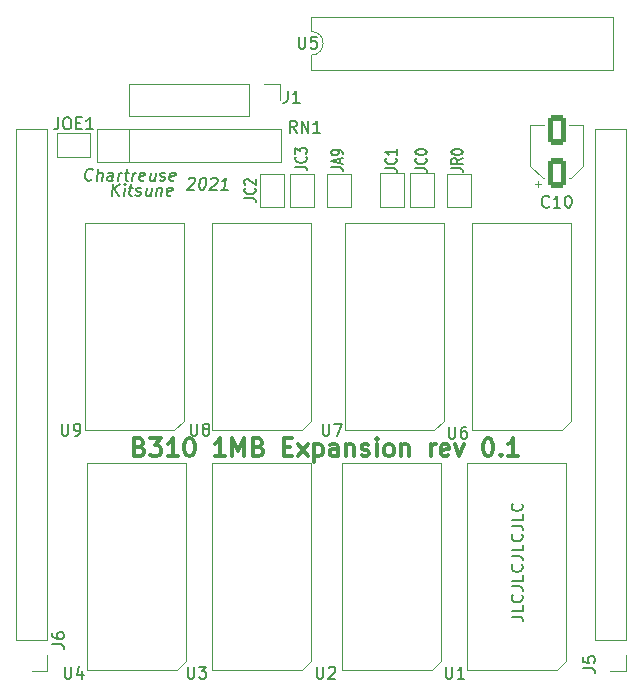
<source format=gbr>
%TF.GenerationSoftware,KiCad,Pcbnew,(6.0.1)*%
%TF.CreationDate,2022-01-30T19:22:39-07:00*%
%TF.ProjectId,Bondwell1MB,426f6e64-7765-46c6-9c31-4d422e6b6963,rev?*%
%TF.SameCoordinates,Original*%
%TF.FileFunction,Legend,Top*%
%TF.FilePolarity,Positive*%
%FSLAX46Y46*%
G04 Gerber Fmt 4.6, Leading zero omitted, Abs format (unit mm)*
G04 Created by KiCad (PCBNEW (6.0.1)) date 2022-01-30 19:22:39*
%MOMM*%
%LPD*%
G01*
G04 APERTURE LIST*
G04 Aperture macros list*
%AMRoundRect*
0 Rectangle with rounded corners*
0 $1 Rounding radius*
0 $2 $3 $4 $5 $6 $7 $8 $9 X,Y pos of 4 corners*
0 Add a 4 corners polygon primitive as box body*
4,1,4,$2,$3,$4,$5,$6,$7,$8,$9,$2,$3,0*
0 Add four circle primitives for the rounded corners*
1,1,$1+$1,$2,$3*
1,1,$1+$1,$4,$5*
1,1,$1+$1,$6,$7*
1,1,$1+$1,$8,$9*
0 Add four rect primitives between the rounded corners*
20,1,$1+$1,$2,$3,$4,$5,0*
20,1,$1+$1,$4,$5,$6,$7,0*
20,1,$1+$1,$6,$7,$8,$9,0*
20,1,$1+$1,$8,$9,$2,$3,0*%
G04 Aperture macros list end*
%ADD10C,0.300000*%
%ADD11C,0.150000*%
%ADD12C,0.153000*%
%ADD13C,0.120000*%
%ADD14R,1.000000X1.500000*%
%ADD15RoundRect,0.250000X0.550000X-1.050000X0.550000X1.050000X-0.550000X1.050000X-0.550000X-1.050000X0*%
%ADD16R,1.500000X1.000000*%
%ADD17O,1.600000X2.400000*%
%ADD18R,1.600000X2.400000*%
%ADD19R,1.900000X0.600000*%
%ADD20R,1.700000X1.700000*%
%ADD21O,1.700000X1.700000*%
%ADD22R,1.600000X1.600000*%
%ADD23O,1.600000X1.600000*%
G04 APERTURE END LIST*
D10*
X82801999Y-109366857D02*
X83016285Y-109438285D01*
X83087714Y-109509714D01*
X83159142Y-109652571D01*
X83159142Y-109866857D01*
X83087714Y-110009714D01*
X83016285Y-110081142D01*
X82873428Y-110152571D01*
X82301999Y-110152571D01*
X82301999Y-108652571D01*
X82801999Y-108652571D01*
X82944857Y-108724000D01*
X83016285Y-108795428D01*
X83087714Y-108938285D01*
X83087714Y-109081142D01*
X83016285Y-109224000D01*
X82944857Y-109295428D01*
X82801999Y-109366857D01*
X82301999Y-109366857D01*
X83659142Y-108652571D02*
X84587714Y-108652571D01*
X84087714Y-109224000D01*
X84301999Y-109224000D01*
X84444857Y-109295428D01*
X84516285Y-109366857D01*
X84587714Y-109509714D01*
X84587714Y-109866857D01*
X84516285Y-110009714D01*
X84444857Y-110081142D01*
X84301999Y-110152571D01*
X83873428Y-110152571D01*
X83730571Y-110081142D01*
X83659142Y-110009714D01*
X86016285Y-110152571D02*
X85159142Y-110152571D01*
X85587714Y-110152571D02*
X85587714Y-108652571D01*
X85444857Y-108866857D01*
X85301999Y-109009714D01*
X85159142Y-109081142D01*
X86944857Y-108652571D02*
X87087714Y-108652571D01*
X87230571Y-108724000D01*
X87301999Y-108795428D01*
X87373428Y-108938285D01*
X87444857Y-109224000D01*
X87444857Y-109581142D01*
X87373428Y-109866857D01*
X87301999Y-110009714D01*
X87230571Y-110081142D01*
X87087714Y-110152571D01*
X86944857Y-110152571D01*
X86801999Y-110081142D01*
X86730571Y-110009714D01*
X86659142Y-109866857D01*
X86587714Y-109581142D01*
X86587714Y-109224000D01*
X86659142Y-108938285D01*
X86730571Y-108795428D01*
X86801999Y-108724000D01*
X86944857Y-108652571D01*
X90016285Y-110152571D02*
X89159142Y-110152571D01*
X89587714Y-110152571D02*
X89587714Y-108652571D01*
X89444857Y-108866857D01*
X89301999Y-109009714D01*
X89159142Y-109081142D01*
X90659142Y-110152571D02*
X90659142Y-108652571D01*
X91159142Y-109724000D01*
X91659142Y-108652571D01*
X91659142Y-110152571D01*
X92873428Y-109366857D02*
X93087714Y-109438285D01*
X93159142Y-109509714D01*
X93230571Y-109652571D01*
X93230571Y-109866857D01*
X93159142Y-110009714D01*
X93087714Y-110081142D01*
X92944857Y-110152571D01*
X92373428Y-110152571D01*
X92373428Y-108652571D01*
X92873428Y-108652571D01*
X93016285Y-108724000D01*
X93087714Y-108795428D01*
X93159142Y-108938285D01*
X93159142Y-109081142D01*
X93087714Y-109224000D01*
X93016285Y-109295428D01*
X92873428Y-109366857D01*
X92373428Y-109366857D01*
X95016285Y-109366857D02*
X95516285Y-109366857D01*
X95730571Y-110152571D02*
X95016285Y-110152571D01*
X95016285Y-108652571D01*
X95730571Y-108652571D01*
X96230571Y-110152571D02*
X97016285Y-109152571D01*
X96230571Y-109152571D02*
X97016285Y-110152571D01*
X97587714Y-109152571D02*
X97587714Y-110652571D01*
X97587714Y-109224000D02*
X97730571Y-109152571D01*
X98016285Y-109152571D01*
X98159142Y-109224000D01*
X98230571Y-109295428D01*
X98301999Y-109438285D01*
X98301999Y-109866857D01*
X98230571Y-110009714D01*
X98159142Y-110081142D01*
X98016285Y-110152571D01*
X97730571Y-110152571D01*
X97587714Y-110081142D01*
X99587714Y-110152571D02*
X99587714Y-109366857D01*
X99516285Y-109224000D01*
X99373428Y-109152571D01*
X99087714Y-109152571D01*
X98944857Y-109224000D01*
X99587714Y-110081142D02*
X99444857Y-110152571D01*
X99087714Y-110152571D01*
X98944857Y-110081142D01*
X98873428Y-109938285D01*
X98873428Y-109795428D01*
X98944857Y-109652571D01*
X99087714Y-109581142D01*
X99444857Y-109581142D01*
X99587714Y-109509714D01*
X100301999Y-109152571D02*
X100301999Y-110152571D01*
X100301999Y-109295428D02*
X100373428Y-109224000D01*
X100516285Y-109152571D01*
X100730571Y-109152571D01*
X100873428Y-109224000D01*
X100944857Y-109366857D01*
X100944857Y-110152571D01*
X101587714Y-110081142D02*
X101730571Y-110152571D01*
X102016285Y-110152571D01*
X102159142Y-110081142D01*
X102230571Y-109938285D01*
X102230571Y-109866857D01*
X102159142Y-109724000D01*
X102016285Y-109652571D01*
X101801999Y-109652571D01*
X101659142Y-109581142D01*
X101587714Y-109438285D01*
X101587714Y-109366857D01*
X101659142Y-109224000D01*
X101801999Y-109152571D01*
X102016285Y-109152571D01*
X102159142Y-109224000D01*
X102873428Y-110152571D02*
X102873428Y-109152571D01*
X102873428Y-108652571D02*
X102801999Y-108724000D01*
X102873428Y-108795428D01*
X102944857Y-108724000D01*
X102873428Y-108652571D01*
X102873428Y-108795428D01*
X103801999Y-110152571D02*
X103659142Y-110081142D01*
X103587714Y-110009714D01*
X103516285Y-109866857D01*
X103516285Y-109438285D01*
X103587714Y-109295428D01*
X103659142Y-109224000D01*
X103801999Y-109152571D01*
X104016285Y-109152571D01*
X104159142Y-109224000D01*
X104230571Y-109295428D01*
X104301999Y-109438285D01*
X104301999Y-109866857D01*
X104230571Y-110009714D01*
X104159142Y-110081142D01*
X104016285Y-110152571D01*
X103801999Y-110152571D01*
X104944857Y-109152571D02*
X104944857Y-110152571D01*
X104944857Y-109295428D02*
X105016285Y-109224000D01*
X105159142Y-109152571D01*
X105373428Y-109152571D01*
X105516285Y-109224000D01*
X105587714Y-109366857D01*
X105587714Y-110152571D01*
X107444857Y-110152571D02*
X107444857Y-109152571D01*
X107444857Y-109438285D02*
X107516285Y-109295428D01*
X107587714Y-109224000D01*
X107730571Y-109152571D01*
X107873428Y-109152571D01*
X108944857Y-110081142D02*
X108801999Y-110152571D01*
X108516285Y-110152571D01*
X108373428Y-110081142D01*
X108301999Y-109938285D01*
X108301999Y-109366857D01*
X108373428Y-109224000D01*
X108516285Y-109152571D01*
X108801999Y-109152571D01*
X108944857Y-109224000D01*
X109016285Y-109366857D01*
X109016285Y-109509714D01*
X108301999Y-109652571D01*
X109516285Y-109152571D02*
X109873428Y-110152571D01*
X110230571Y-109152571D01*
X112230571Y-108652571D02*
X112373428Y-108652571D01*
X112516285Y-108724000D01*
X112587714Y-108795428D01*
X112659142Y-108938285D01*
X112730571Y-109224000D01*
X112730571Y-109581142D01*
X112659142Y-109866857D01*
X112587714Y-110009714D01*
X112516285Y-110081142D01*
X112373428Y-110152571D01*
X112230571Y-110152571D01*
X112087714Y-110081142D01*
X112016285Y-110009714D01*
X111944857Y-109866857D01*
X111873428Y-109581142D01*
X111873428Y-109224000D01*
X111944857Y-108938285D01*
X112016285Y-108795428D01*
X112087714Y-108724000D01*
X112230571Y-108652571D01*
X113373428Y-110009714D02*
X113444857Y-110081142D01*
X113373428Y-110152571D01*
X113301999Y-110081142D01*
X113373428Y-110009714D01*
X113373428Y-110152571D01*
X114873428Y-110152571D02*
X114016285Y-110152571D01*
X114444857Y-110152571D02*
X114444857Y-108652571D01*
X114301999Y-108866857D01*
X114159142Y-109009714D01*
X114016285Y-109081142D01*
D11*
X80439517Y-88082380D02*
X80564517Y-87082380D01*
X81010946Y-88082380D02*
X80653803Y-87510952D01*
X81135946Y-87082380D02*
X80493089Y-87653809D01*
X81439517Y-88082380D02*
X81522851Y-87415714D01*
X81564517Y-87082380D02*
X81510946Y-87130000D01*
X81552613Y-87177619D01*
X81606184Y-87130000D01*
X81564517Y-87082380D01*
X81552613Y-87177619D01*
X81856184Y-87415714D02*
X82237136Y-87415714D01*
X82040708Y-87082380D02*
X81933565Y-87939523D01*
X81969279Y-88034761D01*
X82058565Y-88082380D01*
X82153803Y-88082380D01*
X82445470Y-88034761D02*
X82534755Y-88082380D01*
X82725232Y-88082380D01*
X82826422Y-88034761D01*
X82885946Y-87939523D01*
X82891898Y-87891904D01*
X82856184Y-87796666D01*
X82766898Y-87749047D01*
X82624041Y-87749047D01*
X82534755Y-87701428D01*
X82499041Y-87606190D01*
X82504994Y-87558571D01*
X82564517Y-87463333D01*
X82665708Y-87415714D01*
X82808565Y-87415714D01*
X82897851Y-87463333D01*
X83808565Y-87415714D02*
X83725232Y-88082380D01*
X83379994Y-87415714D02*
X83314517Y-87939523D01*
X83350232Y-88034761D01*
X83439517Y-88082380D01*
X83582375Y-88082380D01*
X83683565Y-88034761D01*
X83737136Y-87987142D01*
X84284755Y-87415714D02*
X84201422Y-88082380D01*
X84272851Y-87510952D02*
X84326422Y-87463333D01*
X84427613Y-87415714D01*
X84570470Y-87415714D01*
X84659755Y-87463333D01*
X84695470Y-87558571D01*
X84629994Y-88082380D01*
X85493089Y-88034761D02*
X85391898Y-88082380D01*
X85201422Y-88082380D01*
X85112136Y-88034761D01*
X85076422Y-87939523D01*
X85124041Y-87558571D01*
X85183565Y-87463333D01*
X85284755Y-87415714D01*
X85475232Y-87415714D01*
X85564517Y-87463333D01*
X85600232Y-87558571D01*
X85588327Y-87653809D01*
X85100232Y-87749047D01*
X114315142Y-123745047D02*
X114958000Y-123745047D01*
X115086571Y-123792666D01*
X115172285Y-123887904D01*
X115215142Y-124030761D01*
X115215142Y-124126000D01*
X115215142Y-122792666D02*
X115215142Y-123268857D01*
X114315142Y-123268857D01*
X115129428Y-121887904D02*
X115172285Y-121935523D01*
X115215142Y-122078380D01*
X115215142Y-122173619D01*
X115172285Y-122316476D01*
X115086571Y-122411714D01*
X115000857Y-122459333D01*
X114829428Y-122506952D01*
X114700857Y-122506952D01*
X114529428Y-122459333D01*
X114443714Y-122411714D01*
X114358000Y-122316476D01*
X114315142Y-122173619D01*
X114315142Y-122078380D01*
X114358000Y-121935523D01*
X114400857Y-121887904D01*
X114315142Y-121173619D02*
X114958000Y-121173619D01*
X115086571Y-121221238D01*
X115172285Y-121316476D01*
X115215142Y-121459333D01*
X115215142Y-121554571D01*
X115215142Y-120221238D02*
X115215142Y-120697428D01*
X114315142Y-120697428D01*
X115129428Y-119316476D02*
X115172285Y-119364095D01*
X115215142Y-119506952D01*
X115215142Y-119602190D01*
X115172285Y-119745047D01*
X115086571Y-119840285D01*
X115000857Y-119887904D01*
X114829428Y-119935523D01*
X114700857Y-119935523D01*
X114529428Y-119887904D01*
X114443714Y-119840285D01*
X114358000Y-119745047D01*
X114315142Y-119602190D01*
X114315142Y-119506952D01*
X114358000Y-119364095D01*
X114400857Y-119316476D01*
X114315142Y-118602190D02*
X114958000Y-118602190D01*
X115086571Y-118649809D01*
X115172285Y-118745047D01*
X115215142Y-118887904D01*
X115215142Y-118983142D01*
X115215142Y-117649809D02*
X115215142Y-118126000D01*
X114315142Y-118126000D01*
X115129428Y-116745047D02*
X115172285Y-116792666D01*
X115215142Y-116935523D01*
X115215142Y-117030761D01*
X115172285Y-117173619D01*
X115086571Y-117268857D01*
X115000857Y-117316476D01*
X114829428Y-117364095D01*
X114700857Y-117364095D01*
X114529428Y-117316476D01*
X114443714Y-117268857D01*
X114358000Y-117173619D01*
X114315142Y-117030761D01*
X114315142Y-116935523D01*
X114358000Y-116792666D01*
X114400857Y-116745047D01*
X114315142Y-116030761D02*
X114958000Y-116030761D01*
X115086571Y-116078380D01*
X115172285Y-116173619D01*
X115215142Y-116316476D01*
X115215142Y-116411714D01*
X115215142Y-115078380D02*
X115215142Y-115554571D01*
X114315142Y-115554571D01*
X115129428Y-114173619D02*
X115172285Y-114221238D01*
X115215142Y-114364095D01*
X115215142Y-114459333D01*
X115172285Y-114602190D01*
X115086571Y-114697428D01*
X115000857Y-114745047D01*
X114829428Y-114792666D01*
X114700857Y-114792666D01*
X114529428Y-114745047D01*
X114443714Y-114697428D01*
X114358000Y-114602190D01*
X114315142Y-114459333D01*
X114315142Y-114364095D01*
X114358000Y-114221238D01*
X114400857Y-114173619D01*
X78744946Y-86717142D02*
X78691375Y-86764761D01*
X78542565Y-86812380D01*
X78447327Y-86812380D01*
X78310422Y-86764761D01*
X78227089Y-86669523D01*
X78191375Y-86574285D01*
X78167565Y-86383809D01*
X78185422Y-86240952D01*
X78256851Y-86050476D01*
X78316375Y-85955238D01*
X78423517Y-85860000D01*
X78572327Y-85812380D01*
X78667565Y-85812380D01*
X78804470Y-85860000D01*
X78846136Y-85907619D01*
X79161613Y-86812380D02*
X79286613Y-85812380D01*
X79590184Y-86812380D02*
X79655660Y-86288571D01*
X79619946Y-86193333D01*
X79530660Y-86145714D01*
X79387803Y-86145714D01*
X79286613Y-86193333D01*
X79233041Y-86240952D01*
X80494946Y-86812380D02*
X80560422Y-86288571D01*
X80524708Y-86193333D01*
X80435422Y-86145714D01*
X80244946Y-86145714D01*
X80143755Y-86193333D01*
X80500898Y-86764761D02*
X80399708Y-86812380D01*
X80161613Y-86812380D01*
X80072327Y-86764761D01*
X80036613Y-86669523D01*
X80048517Y-86574285D01*
X80108041Y-86479047D01*
X80209232Y-86431428D01*
X80447327Y-86431428D01*
X80548517Y-86383809D01*
X80971136Y-86812380D02*
X81054470Y-86145714D01*
X81030660Y-86336190D02*
X81090184Y-86240952D01*
X81143755Y-86193333D01*
X81244946Y-86145714D01*
X81340184Y-86145714D01*
X81530660Y-86145714D02*
X81911613Y-86145714D01*
X81715184Y-85812380D02*
X81608041Y-86669523D01*
X81643755Y-86764761D01*
X81733041Y-86812380D01*
X81828279Y-86812380D01*
X82161613Y-86812380D02*
X82244946Y-86145714D01*
X82221136Y-86336190D02*
X82280660Y-86240952D01*
X82334232Y-86193333D01*
X82435422Y-86145714D01*
X82530660Y-86145714D01*
X83167565Y-86764761D02*
X83066375Y-86812380D01*
X82875898Y-86812380D01*
X82786613Y-86764761D01*
X82750898Y-86669523D01*
X82798517Y-86288571D01*
X82858041Y-86193333D01*
X82959232Y-86145714D01*
X83149708Y-86145714D01*
X83238994Y-86193333D01*
X83274708Y-86288571D01*
X83262803Y-86383809D01*
X82774708Y-86479047D01*
X84149708Y-86145714D02*
X84066375Y-86812380D01*
X83721136Y-86145714D02*
X83655660Y-86669523D01*
X83691375Y-86764761D01*
X83780660Y-86812380D01*
X83923517Y-86812380D01*
X84024708Y-86764761D01*
X84078279Y-86717142D01*
X84500898Y-86764761D02*
X84590184Y-86812380D01*
X84780660Y-86812380D01*
X84881851Y-86764761D01*
X84941375Y-86669523D01*
X84947327Y-86621904D01*
X84911613Y-86526666D01*
X84822327Y-86479047D01*
X84679470Y-86479047D01*
X84590184Y-86431428D01*
X84554470Y-86336190D01*
X84560422Y-86288571D01*
X84619946Y-86193333D01*
X84721136Y-86145714D01*
X84863994Y-86145714D01*
X84953279Y-86193333D01*
X85738994Y-86764761D02*
X85637803Y-86812380D01*
X85447327Y-86812380D01*
X85358041Y-86764761D01*
X85322327Y-86669523D01*
X85369946Y-86288571D01*
X85429470Y-86193333D01*
X85530660Y-86145714D01*
X85721136Y-86145714D01*
X85810422Y-86193333D01*
X85846136Y-86288571D01*
X85834232Y-86383809D01*
X85346136Y-86479047D01*
X86950136Y-86669619D02*
X87003708Y-86622000D01*
X87104898Y-86574380D01*
X87342994Y-86574380D01*
X87432279Y-86622000D01*
X87473946Y-86669619D01*
X87509660Y-86764857D01*
X87497755Y-86860095D01*
X87432279Y-87002952D01*
X86789422Y-87574380D01*
X87408470Y-87574380D01*
X88152517Y-86574380D02*
X88247755Y-86574380D01*
X88337041Y-86622000D01*
X88378708Y-86669619D01*
X88414422Y-86764857D01*
X88438232Y-86955333D01*
X88408470Y-87193428D01*
X88337041Y-87383904D01*
X88277517Y-87479142D01*
X88223946Y-87526761D01*
X88122755Y-87574380D01*
X88027517Y-87574380D01*
X87938232Y-87526761D01*
X87896565Y-87479142D01*
X87860851Y-87383904D01*
X87837041Y-87193428D01*
X87866803Y-86955333D01*
X87938232Y-86764857D01*
X87997755Y-86669619D01*
X88051327Y-86622000D01*
X88152517Y-86574380D01*
X88854898Y-86669619D02*
X88908470Y-86622000D01*
X89009660Y-86574380D01*
X89247755Y-86574380D01*
X89337041Y-86622000D01*
X89378708Y-86669619D01*
X89414422Y-86764857D01*
X89402517Y-86860095D01*
X89337041Y-87002952D01*
X88694184Y-87574380D01*
X89313232Y-87574380D01*
X90265613Y-87574380D02*
X89694184Y-87574380D01*
X89979898Y-87574380D02*
X90104898Y-86574380D01*
X89991803Y-86717238D01*
X89884660Y-86812476D01*
X89783470Y-86860095D01*
%TO.C,JOE1*%
X75906476Y-81472380D02*
X75906476Y-82186666D01*
X75858857Y-82329523D01*
X75763619Y-82424761D01*
X75620761Y-82472380D01*
X75525523Y-82472380D01*
X76573142Y-81472380D02*
X76763619Y-81472380D01*
X76858857Y-81520000D01*
X76954095Y-81615238D01*
X77001714Y-81805714D01*
X77001714Y-82139047D01*
X76954095Y-82329523D01*
X76858857Y-82424761D01*
X76763619Y-82472380D01*
X76573142Y-82472380D01*
X76477904Y-82424761D01*
X76382666Y-82329523D01*
X76335047Y-82139047D01*
X76335047Y-81805714D01*
X76382666Y-81615238D01*
X76477904Y-81520000D01*
X76573142Y-81472380D01*
X77430285Y-81948571D02*
X77763619Y-81948571D01*
X77906476Y-82472380D02*
X77430285Y-82472380D01*
X77430285Y-81472380D01*
X77906476Y-81472380D01*
X78858857Y-82472380D02*
X78287428Y-82472380D01*
X78573142Y-82472380D02*
X78573142Y-81472380D01*
X78477904Y-81615238D01*
X78382666Y-81710476D01*
X78287428Y-81758095D01*
%TO.C,C10*%
X117467142Y-89003142D02*
X117419523Y-89050761D01*
X117276666Y-89098380D01*
X117181428Y-89098380D01*
X117038571Y-89050761D01*
X116943333Y-88955523D01*
X116895714Y-88860285D01*
X116848095Y-88669809D01*
X116848095Y-88526952D01*
X116895714Y-88336476D01*
X116943333Y-88241238D01*
X117038571Y-88146000D01*
X117181428Y-88098380D01*
X117276666Y-88098380D01*
X117419523Y-88146000D01*
X117467142Y-88193619D01*
X118419523Y-89098380D02*
X117848095Y-89098380D01*
X118133809Y-89098380D02*
X118133809Y-88098380D01*
X118038571Y-88241238D01*
X117943333Y-88336476D01*
X117848095Y-88384095D01*
X119038571Y-88098380D02*
X119133809Y-88098380D01*
X119229047Y-88146000D01*
X119276666Y-88193619D01*
X119324285Y-88288857D01*
X119371904Y-88479333D01*
X119371904Y-88717428D01*
X119324285Y-88907904D01*
X119276666Y-89003142D01*
X119229047Y-89050761D01*
X119133809Y-89098380D01*
X119038571Y-89098380D01*
X118943333Y-89050761D01*
X118895714Y-89003142D01*
X118848095Y-88907904D01*
X118800476Y-88717428D01*
X118800476Y-88479333D01*
X118848095Y-88288857D01*
X118895714Y-88193619D01*
X118943333Y-88146000D01*
X119038571Y-88098380D01*
D12*
%TO.C,JA9*%
X99020380Y-85699523D02*
X99734666Y-85699523D01*
X99877523Y-85737619D01*
X99972761Y-85813809D01*
X100020380Y-85928095D01*
X100020380Y-86004285D01*
X99734666Y-85356666D02*
X99734666Y-84975714D01*
X100020380Y-85432857D02*
X99020380Y-85166190D01*
X100020380Y-84899523D01*
X100020380Y-84594761D02*
X100020380Y-84442380D01*
X99972761Y-84366190D01*
X99925142Y-84328095D01*
X99782285Y-84251904D01*
X99591809Y-84213809D01*
X99210857Y-84213809D01*
X99115619Y-84251904D01*
X99068000Y-84290000D01*
X99020380Y-84366190D01*
X99020380Y-84518571D01*
X99068000Y-84594761D01*
X99115619Y-84632857D01*
X99210857Y-84670952D01*
X99448952Y-84670952D01*
X99544190Y-84632857D01*
X99591809Y-84594761D01*
X99639428Y-84518571D01*
X99639428Y-84366190D01*
X99591809Y-84290000D01*
X99544190Y-84251904D01*
X99448952Y-84213809D01*
%TO.C,JC0*%
X106132380Y-85756666D02*
X106846666Y-85756666D01*
X106989523Y-85794761D01*
X107084761Y-85870952D01*
X107132380Y-85985238D01*
X107132380Y-86061428D01*
X107037142Y-84918571D02*
X107084761Y-84956666D01*
X107132380Y-85070952D01*
X107132380Y-85147142D01*
X107084761Y-85261428D01*
X106989523Y-85337619D01*
X106894285Y-85375714D01*
X106703809Y-85413809D01*
X106560952Y-85413809D01*
X106370476Y-85375714D01*
X106275238Y-85337619D01*
X106180000Y-85261428D01*
X106132380Y-85147142D01*
X106132380Y-85070952D01*
X106180000Y-84956666D01*
X106227619Y-84918571D01*
X106132380Y-84423333D02*
X106132380Y-84347142D01*
X106180000Y-84270952D01*
X106227619Y-84232857D01*
X106322857Y-84194761D01*
X106513333Y-84156666D01*
X106751428Y-84156666D01*
X106941904Y-84194761D01*
X107037142Y-84232857D01*
X107084761Y-84270952D01*
X107132380Y-84347142D01*
X107132380Y-84423333D01*
X107084761Y-84499523D01*
X107037142Y-84537619D01*
X106941904Y-84575714D01*
X106751428Y-84613809D01*
X106513333Y-84613809D01*
X106322857Y-84575714D01*
X106227619Y-84537619D01*
X106180000Y-84499523D01*
X106132380Y-84423333D01*
%TO.C,JC1*%
X103592380Y-85756666D02*
X104306666Y-85756666D01*
X104449523Y-85794761D01*
X104544761Y-85870952D01*
X104592380Y-85985238D01*
X104592380Y-86061428D01*
X104497142Y-84918571D02*
X104544761Y-84956666D01*
X104592380Y-85070952D01*
X104592380Y-85147142D01*
X104544761Y-85261428D01*
X104449523Y-85337619D01*
X104354285Y-85375714D01*
X104163809Y-85413809D01*
X104020952Y-85413809D01*
X103830476Y-85375714D01*
X103735238Y-85337619D01*
X103640000Y-85261428D01*
X103592380Y-85147142D01*
X103592380Y-85070952D01*
X103640000Y-84956666D01*
X103687619Y-84918571D01*
X104592380Y-84156666D02*
X104592380Y-84613809D01*
X104592380Y-84385238D02*
X103592380Y-84385238D01*
X103735238Y-84461428D01*
X103830476Y-84537619D01*
X103878095Y-84613809D01*
%TO.C,JC2*%
X91654380Y-88296666D02*
X92368666Y-88296666D01*
X92511523Y-88334761D01*
X92606761Y-88410952D01*
X92654380Y-88525238D01*
X92654380Y-88601428D01*
X92559142Y-87458571D02*
X92606761Y-87496666D01*
X92654380Y-87610952D01*
X92654380Y-87687142D01*
X92606761Y-87801428D01*
X92511523Y-87877619D01*
X92416285Y-87915714D01*
X92225809Y-87953809D01*
X92082952Y-87953809D01*
X91892476Y-87915714D01*
X91797238Y-87877619D01*
X91702000Y-87801428D01*
X91654380Y-87687142D01*
X91654380Y-87610952D01*
X91702000Y-87496666D01*
X91749619Y-87458571D01*
X91749619Y-87153809D02*
X91702000Y-87115714D01*
X91654380Y-87039523D01*
X91654380Y-86849047D01*
X91702000Y-86772857D01*
X91749619Y-86734761D01*
X91844857Y-86696666D01*
X91940095Y-86696666D01*
X92082952Y-86734761D01*
X92654380Y-87191904D01*
X92654380Y-86696666D01*
%TO.C,JC3*%
X95972380Y-85629666D02*
X96686666Y-85629666D01*
X96829523Y-85667761D01*
X96924761Y-85743952D01*
X96972380Y-85858238D01*
X96972380Y-85934428D01*
X96877142Y-84791571D02*
X96924761Y-84829666D01*
X96972380Y-84943952D01*
X96972380Y-85020142D01*
X96924761Y-85134428D01*
X96829523Y-85210619D01*
X96734285Y-85248714D01*
X96543809Y-85286809D01*
X96400952Y-85286809D01*
X96210476Y-85248714D01*
X96115238Y-85210619D01*
X96020000Y-85134428D01*
X95972380Y-85020142D01*
X95972380Y-84943952D01*
X96020000Y-84829666D01*
X96067619Y-84791571D01*
X95972380Y-84524904D02*
X95972380Y-84029666D01*
X96353333Y-84296333D01*
X96353333Y-84182047D01*
X96400952Y-84105857D01*
X96448571Y-84067761D01*
X96543809Y-84029666D01*
X96781904Y-84029666D01*
X96877142Y-84067761D01*
X96924761Y-84105857D01*
X96972380Y-84182047D01*
X96972380Y-84410619D01*
X96924761Y-84486809D01*
X96877142Y-84524904D01*
%TO.C,JR0*%
X109180380Y-85756666D02*
X109894666Y-85756666D01*
X110037523Y-85794761D01*
X110132761Y-85870952D01*
X110180380Y-85985238D01*
X110180380Y-86061428D01*
X110180380Y-84918571D02*
X109704190Y-85185238D01*
X110180380Y-85375714D02*
X109180380Y-85375714D01*
X109180380Y-85070952D01*
X109228000Y-84994761D01*
X109275619Y-84956666D01*
X109370857Y-84918571D01*
X109513714Y-84918571D01*
X109608952Y-84956666D01*
X109656571Y-84994761D01*
X109704190Y-85070952D01*
X109704190Y-85375714D01*
X109180380Y-84423333D02*
X109180380Y-84347142D01*
X109228000Y-84270952D01*
X109275619Y-84232857D01*
X109370857Y-84194761D01*
X109561333Y-84156666D01*
X109799428Y-84156666D01*
X109989904Y-84194761D01*
X110085142Y-84232857D01*
X110132761Y-84270952D01*
X110180380Y-84347142D01*
X110180380Y-84423333D01*
X110132761Y-84499523D01*
X110085142Y-84537619D01*
X109989904Y-84575714D01*
X109799428Y-84613809D01*
X109561333Y-84613809D01*
X109370857Y-84575714D01*
X109275619Y-84537619D01*
X109228000Y-84499523D01*
X109180380Y-84423333D01*
D11*
%TO.C,U5*%
X96266095Y-74636380D02*
X96266095Y-75445904D01*
X96313714Y-75541142D01*
X96361333Y-75588761D01*
X96456571Y-75636380D01*
X96647047Y-75636380D01*
X96742285Y-75588761D01*
X96789904Y-75541142D01*
X96837523Y-75445904D01*
X96837523Y-74636380D01*
X97789904Y-74636380D02*
X97313714Y-74636380D01*
X97266095Y-75112571D01*
X97313714Y-75064952D01*
X97408952Y-75017333D01*
X97647047Y-75017333D01*
X97742285Y-75064952D01*
X97789904Y-75112571D01*
X97837523Y-75207809D01*
X97837523Y-75445904D01*
X97789904Y-75541142D01*
X97742285Y-75588761D01*
X97647047Y-75636380D01*
X97408952Y-75636380D01*
X97313714Y-75588761D01*
X97266095Y-75541142D01*
%TO.C,U6*%
X108966095Y-107656380D02*
X108966095Y-108465904D01*
X109013714Y-108561142D01*
X109061333Y-108608761D01*
X109156571Y-108656380D01*
X109347047Y-108656380D01*
X109442285Y-108608761D01*
X109489904Y-108561142D01*
X109537523Y-108465904D01*
X109537523Y-107656380D01*
X110442285Y-107656380D02*
X110251809Y-107656380D01*
X110156571Y-107704000D01*
X110108952Y-107751619D01*
X110013714Y-107894476D01*
X109966095Y-108084952D01*
X109966095Y-108465904D01*
X110013714Y-108561142D01*
X110061333Y-108608761D01*
X110156571Y-108656380D01*
X110347047Y-108656380D01*
X110442285Y-108608761D01*
X110489904Y-108561142D01*
X110537523Y-108465904D01*
X110537523Y-108227809D01*
X110489904Y-108132571D01*
X110442285Y-108084952D01*
X110347047Y-108037333D01*
X110156571Y-108037333D01*
X110061333Y-108084952D01*
X110013714Y-108132571D01*
X109966095Y-108227809D01*
%TO.C,U1*%
X108712095Y-127976380D02*
X108712095Y-128785904D01*
X108759714Y-128881142D01*
X108807333Y-128928761D01*
X108902571Y-128976380D01*
X109093047Y-128976380D01*
X109188285Y-128928761D01*
X109235904Y-128881142D01*
X109283523Y-128785904D01*
X109283523Y-127976380D01*
X110283523Y-128976380D02*
X109712095Y-128976380D01*
X109997809Y-128976380D02*
X109997809Y-127976380D01*
X109902571Y-128119238D01*
X109807333Y-128214476D01*
X109712095Y-128262095D01*
%TO.C,U3*%
X86868095Y-127976380D02*
X86868095Y-128785904D01*
X86915714Y-128881142D01*
X86963333Y-128928761D01*
X87058571Y-128976380D01*
X87249047Y-128976380D01*
X87344285Y-128928761D01*
X87391904Y-128881142D01*
X87439523Y-128785904D01*
X87439523Y-127976380D01*
X87820476Y-127976380D02*
X88439523Y-127976380D01*
X88106190Y-128357333D01*
X88249047Y-128357333D01*
X88344285Y-128404952D01*
X88391904Y-128452571D01*
X88439523Y-128547809D01*
X88439523Y-128785904D01*
X88391904Y-128881142D01*
X88344285Y-128928761D01*
X88249047Y-128976380D01*
X87963333Y-128976380D01*
X87868095Y-128928761D01*
X87820476Y-128881142D01*
%TO.C,U7*%
X98298095Y-107402380D02*
X98298095Y-108211904D01*
X98345714Y-108307142D01*
X98393333Y-108354761D01*
X98488571Y-108402380D01*
X98679047Y-108402380D01*
X98774285Y-108354761D01*
X98821904Y-108307142D01*
X98869523Y-108211904D01*
X98869523Y-107402380D01*
X99250476Y-107402380D02*
X99917142Y-107402380D01*
X99488571Y-108402380D01*
%TO.C,U9*%
X76200095Y-107402380D02*
X76200095Y-108211904D01*
X76247714Y-108307142D01*
X76295333Y-108354761D01*
X76390571Y-108402380D01*
X76581047Y-108402380D01*
X76676285Y-108354761D01*
X76723904Y-108307142D01*
X76771523Y-108211904D01*
X76771523Y-107402380D01*
X77295333Y-108402380D02*
X77485809Y-108402380D01*
X77581047Y-108354761D01*
X77628666Y-108307142D01*
X77723904Y-108164285D01*
X77771523Y-107973809D01*
X77771523Y-107592857D01*
X77723904Y-107497619D01*
X77676285Y-107450000D01*
X77581047Y-107402380D01*
X77390571Y-107402380D01*
X77295333Y-107450000D01*
X77247714Y-107497619D01*
X77200095Y-107592857D01*
X77200095Y-107830952D01*
X77247714Y-107926190D01*
X77295333Y-107973809D01*
X77390571Y-108021428D01*
X77581047Y-108021428D01*
X77676285Y-107973809D01*
X77723904Y-107926190D01*
X77771523Y-107830952D01*
%TO.C,U2*%
X97790095Y-127976380D02*
X97790095Y-128785904D01*
X97837714Y-128881142D01*
X97885333Y-128928761D01*
X97980571Y-128976380D01*
X98171047Y-128976380D01*
X98266285Y-128928761D01*
X98313904Y-128881142D01*
X98361523Y-128785904D01*
X98361523Y-127976380D01*
X98790095Y-128071619D02*
X98837714Y-128024000D01*
X98932952Y-127976380D01*
X99171047Y-127976380D01*
X99266285Y-128024000D01*
X99313904Y-128071619D01*
X99361523Y-128166857D01*
X99361523Y-128262095D01*
X99313904Y-128404952D01*
X98742476Y-128976380D01*
X99361523Y-128976380D01*
%TO.C,J5*%
X120356380Y-128095333D02*
X121070666Y-128095333D01*
X121213523Y-128142952D01*
X121308761Y-128238190D01*
X121356380Y-128381047D01*
X121356380Y-128476285D01*
X120356380Y-127142952D02*
X120356380Y-127619142D01*
X120832571Y-127666761D01*
X120784952Y-127619142D01*
X120737333Y-127523904D01*
X120737333Y-127285809D01*
X120784952Y-127190571D01*
X120832571Y-127142952D01*
X120927809Y-127095333D01*
X121165904Y-127095333D01*
X121261142Y-127142952D01*
X121308761Y-127190571D01*
X121356380Y-127285809D01*
X121356380Y-127523904D01*
X121308761Y-127619142D01*
X121261142Y-127666761D01*
%TO.C,U4*%
X76454095Y-127976380D02*
X76454095Y-128785904D01*
X76501714Y-128881142D01*
X76549333Y-128928761D01*
X76644571Y-128976380D01*
X76835047Y-128976380D01*
X76930285Y-128928761D01*
X76977904Y-128881142D01*
X77025523Y-128785904D01*
X77025523Y-127976380D01*
X77930285Y-128309714D02*
X77930285Y-128976380D01*
X77692190Y-127928761D02*
X77454095Y-128643047D01*
X78073142Y-128643047D01*
%TO.C,RN1*%
X96083523Y-82748380D02*
X95750190Y-82272190D01*
X95512095Y-82748380D02*
X95512095Y-81748380D01*
X95893047Y-81748380D01*
X95988285Y-81796000D01*
X96035904Y-81843619D01*
X96083523Y-81938857D01*
X96083523Y-82081714D01*
X96035904Y-82176952D01*
X95988285Y-82224571D01*
X95893047Y-82272190D01*
X95512095Y-82272190D01*
X96512095Y-82748380D02*
X96512095Y-81748380D01*
X97083523Y-82748380D01*
X97083523Y-81748380D01*
X98083523Y-82748380D02*
X97512095Y-82748380D01*
X97797809Y-82748380D02*
X97797809Y-81748380D01*
X97702571Y-81891238D01*
X97607333Y-81986476D01*
X97512095Y-82034095D01*
%TO.C,J1*%
X95341666Y-79208380D02*
X95341666Y-79922666D01*
X95294047Y-80065523D01*
X95198809Y-80160761D01*
X95055952Y-80208380D01*
X94960714Y-80208380D01*
X96341666Y-80208380D02*
X95770238Y-80208380D01*
X96055952Y-80208380D02*
X96055952Y-79208380D01*
X95960714Y-79351238D01*
X95865476Y-79446476D01*
X95770238Y-79494095D01*
%TO.C,J6*%
X75398380Y-126063333D02*
X76112666Y-126063333D01*
X76255523Y-126110952D01*
X76350761Y-126206190D01*
X76398380Y-126349047D01*
X76398380Y-126444285D01*
X75398380Y-125158571D02*
X75398380Y-125349047D01*
X75446000Y-125444285D01*
X75493619Y-125491904D01*
X75636476Y-125587142D01*
X75826952Y-125634761D01*
X76207904Y-125634761D01*
X76303142Y-125587142D01*
X76350761Y-125539523D01*
X76398380Y-125444285D01*
X76398380Y-125253809D01*
X76350761Y-125158571D01*
X76303142Y-125110952D01*
X76207904Y-125063333D01*
X75969809Y-125063333D01*
X75874571Y-125110952D01*
X75826952Y-125158571D01*
X75779333Y-125253809D01*
X75779333Y-125444285D01*
X75826952Y-125539523D01*
X75874571Y-125587142D01*
X75969809Y-125634761D01*
%TO.C,U8*%
X87122095Y-107402380D02*
X87122095Y-108211904D01*
X87169714Y-108307142D01*
X87217333Y-108354761D01*
X87312571Y-108402380D01*
X87503047Y-108402380D01*
X87598285Y-108354761D01*
X87645904Y-108307142D01*
X87693523Y-108211904D01*
X87693523Y-107402380D01*
X88312571Y-107830952D02*
X88217333Y-107783333D01*
X88169714Y-107735714D01*
X88122095Y-107640476D01*
X88122095Y-107592857D01*
X88169714Y-107497619D01*
X88217333Y-107450000D01*
X88312571Y-107402380D01*
X88503047Y-107402380D01*
X88598285Y-107450000D01*
X88645904Y-107497619D01*
X88693523Y-107592857D01*
X88693523Y-107640476D01*
X88645904Y-107735714D01*
X88598285Y-107783333D01*
X88503047Y-107830952D01*
X88312571Y-107830952D01*
X88217333Y-107878571D01*
X88169714Y-107926190D01*
X88122095Y-108021428D01*
X88122095Y-108211904D01*
X88169714Y-108307142D01*
X88217333Y-108354761D01*
X88312571Y-108402380D01*
X88503047Y-108402380D01*
X88598285Y-108354761D01*
X88645904Y-108307142D01*
X88693523Y-108211904D01*
X88693523Y-108021428D01*
X88645904Y-107926190D01*
X88598285Y-107878571D01*
X88503047Y-107830952D01*
D13*
%TO.C,JOE1*%
X75816000Y-82820000D02*
X78616000Y-82820000D01*
X78616000Y-84820000D02*
X75816000Y-84820000D01*
X75816000Y-84820000D02*
X75816000Y-82820000D01*
X78616000Y-82820000D02*
X78616000Y-84820000D01*
%TO.C,C10*%
X120370000Y-82090000D02*
X119170000Y-82090000D01*
X116550000Y-87350000D02*
X116550000Y-86850000D01*
X119305563Y-86610000D02*
X119170000Y-86610000D01*
X115850000Y-85545563D02*
X115850000Y-82090000D01*
X120370000Y-85545563D02*
X120370000Y-82090000D01*
X119305563Y-86610000D02*
X120370000Y-85545563D01*
X116914437Y-86610000D02*
X115850000Y-85545563D01*
X116300000Y-87100000D02*
X116800000Y-87100000D01*
X115850000Y-82090000D02*
X117050000Y-82090000D01*
X116914437Y-86610000D02*
X117050000Y-86610000D01*
%TO.C,JA9*%
X98695000Y-89030000D02*
X98695000Y-86230000D01*
X98695000Y-86230000D02*
X100695000Y-86230000D01*
X100695000Y-89030000D02*
X98695000Y-89030000D01*
X100695000Y-86230000D02*
X100695000Y-89030000D01*
%TO.C,JC0*%
X105680000Y-89015000D02*
X105680000Y-86215000D01*
X107680000Y-89015000D02*
X105680000Y-89015000D01*
X105680000Y-86215000D02*
X107680000Y-86215000D01*
X107680000Y-86215000D02*
X107680000Y-89015000D01*
%TO.C,JC1*%
X103140000Y-89015000D02*
X103140000Y-86215000D01*
X105140000Y-89015000D02*
X103140000Y-89015000D01*
X105140000Y-86215000D02*
X105140000Y-89015000D01*
X103140000Y-86215000D02*
X105140000Y-86215000D01*
%TO.C,JC2*%
X92980000Y-86245000D02*
X94980000Y-86245000D01*
X94980000Y-86245000D02*
X94980000Y-89045000D01*
X94980000Y-89045000D02*
X92980000Y-89045000D01*
X92980000Y-89045000D02*
X92980000Y-86245000D01*
%TO.C,JC3*%
X97520000Y-89045000D02*
X95520000Y-89045000D01*
X95520000Y-89045000D02*
X95520000Y-86245000D01*
X97520000Y-86245000D02*
X97520000Y-89045000D01*
X95520000Y-86245000D02*
X97520000Y-86245000D01*
%TO.C,JR0*%
X110855000Y-86230000D02*
X110855000Y-89030000D01*
X110855000Y-89030000D02*
X108855000Y-89030000D01*
X108855000Y-86230000D02*
X110855000Y-86230000D01*
X108855000Y-89030000D02*
X108855000Y-86230000D01*
%TO.C,U5*%
X97330000Y-76190000D02*
G75*
G03*
X97330000Y-74190000I0J1000000D01*
G01*
X122850000Y-77440000D02*
X122850000Y-72940000D01*
X97330000Y-76190000D02*
X97330000Y-77440000D01*
X97330000Y-77440000D02*
X122850000Y-77440000D01*
X97330000Y-72940000D02*
X97330000Y-74190000D01*
X122850000Y-72940000D02*
X97330000Y-72940000D01*
%TO.C,U6*%
X119345000Y-107150000D02*
X118545000Y-107950000D01*
X118545000Y-107950000D02*
X110945000Y-107950000D01*
X119345000Y-90424000D02*
X119345000Y-107150000D01*
X110945000Y-107950000D02*
X110945000Y-90394000D01*
X110945000Y-90394000D02*
X119345000Y-90394000D01*
%TO.C,U1*%
X110525000Y-128270000D02*
X110525000Y-110714000D01*
X118925000Y-110744000D02*
X118925000Y-127470000D01*
X118125000Y-128270000D02*
X110525000Y-128270000D01*
X118925000Y-127470000D02*
X118125000Y-128270000D01*
X110525000Y-110714000D02*
X118925000Y-110714000D01*
%TO.C,U3*%
X88935000Y-110714000D02*
X97335000Y-110714000D01*
X96535000Y-128270000D02*
X88935000Y-128270000D01*
X97335000Y-110744000D02*
X97335000Y-127470000D01*
X97335000Y-127470000D02*
X96535000Y-128270000D01*
X88935000Y-128270000D02*
X88935000Y-110714000D01*
%TO.C,U7*%
X100150000Y-107950000D02*
X100150000Y-90394000D01*
X100150000Y-90394000D02*
X108550000Y-90394000D01*
X108550000Y-90424000D02*
X108550000Y-107150000D01*
X108550000Y-107150000D02*
X107750000Y-107950000D01*
X107750000Y-107950000D02*
X100150000Y-107950000D01*
%TO.C,U9*%
X86540000Y-90424000D02*
X86540000Y-107150000D01*
X86540000Y-107150000D02*
X85740000Y-107950000D01*
X78140000Y-107950000D02*
X78140000Y-90394000D01*
X85740000Y-107950000D02*
X78140000Y-107950000D01*
X78140000Y-90394000D02*
X86540000Y-90394000D01*
%TO.C,U2*%
X108340000Y-110744000D02*
X108340000Y-127470000D01*
X99940000Y-110714000D02*
X108340000Y-110714000D01*
X108340000Y-127470000D02*
X107540000Y-128270000D01*
X99940000Y-128270000D02*
X99940000Y-110714000D01*
X107540000Y-128270000D02*
X99940000Y-128270000D01*
%TO.C,J5*%
X123990000Y-125730000D02*
X123990000Y-82490000D01*
X121330000Y-125730000D02*
X121330000Y-82490000D01*
X123990000Y-128330000D02*
X122660000Y-128330000D01*
X123990000Y-82490000D02*
X121330000Y-82490000D01*
X123990000Y-127000000D02*
X123990000Y-128330000D01*
X123990000Y-125730000D02*
X121330000Y-125730000D01*
%TO.C,U4*%
X86750000Y-127470000D02*
X85950000Y-128270000D01*
X78350000Y-128270000D02*
X78350000Y-110714000D01*
X86750000Y-110744000D02*
X86750000Y-127470000D01*
X78350000Y-110714000D02*
X86750000Y-110714000D01*
X85950000Y-128270000D02*
X78350000Y-128270000D01*
%TO.C,RN1*%
X79205000Y-82420000D02*
X79205000Y-85220000D01*
X79205000Y-85220000D02*
X94785000Y-85220000D01*
X94785000Y-85220000D02*
X94785000Y-82420000D01*
X81915000Y-82420000D02*
X81915000Y-85220000D01*
X94785000Y-82420000D02*
X79205000Y-82420000D01*
%TO.C,J1*%
X92075000Y-81340000D02*
X81855000Y-81340000D01*
X92075000Y-78680000D02*
X81855000Y-78680000D01*
X92075000Y-78680000D02*
X92075000Y-81340000D01*
X94675000Y-78680000D02*
X94675000Y-80010000D01*
X93345000Y-78680000D02*
X94675000Y-78680000D01*
X81855000Y-78680000D02*
X81855000Y-81340000D01*
%TO.C,J6*%
X74990000Y-128330000D02*
X73660000Y-128330000D01*
X74990000Y-125730000D02*
X74990000Y-82490000D01*
X74990000Y-125730000D02*
X72330000Y-125730000D01*
X72330000Y-125730000D02*
X72330000Y-82490000D01*
X74990000Y-82490000D02*
X72330000Y-82490000D01*
X74990000Y-127000000D02*
X74990000Y-128330000D01*
%TO.C,U8*%
X88935000Y-107950000D02*
X88935000Y-90394000D01*
X96535000Y-107950000D02*
X88935000Y-107950000D01*
X97335000Y-107150000D02*
X96535000Y-107950000D01*
X97335000Y-90424000D02*
X97335000Y-107150000D01*
X88935000Y-90394000D02*
X97335000Y-90394000D01*
%TD*%
%LPC*%
D14*
%TO.C,JOE1*%
X76566000Y-83820000D03*
X77866000Y-83820000D03*
%TD*%
D15*
%TO.C,C10*%
X118110000Y-86150000D03*
X118110000Y-82550000D03*
%TD*%
D16*
%TO.C,JA9*%
X99695000Y-86980000D03*
X99695000Y-88280000D03*
%TD*%
%TO.C,JC0*%
X106680000Y-86965000D03*
X106680000Y-88265000D03*
%TD*%
%TO.C,JC1*%
X104140000Y-86965000D03*
X104140000Y-88265000D03*
%TD*%
%TO.C,JC2*%
X93980000Y-88295000D03*
X93980000Y-86995000D03*
%TD*%
%TO.C,JC3*%
X96520000Y-88295000D03*
X96520000Y-86995000D03*
%TD*%
%TO.C,JR0*%
X109855000Y-86980000D03*
X109855000Y-88280000D03*
%TD*%
D17*
%TO.C,U5*%
X98660000Y-71380000D03*
X101200000Y-71380000D03*
X103740000Y-71380000D03*
X106280000Y-71380000D03*
X108820000Y-71380000D03*
X111360000Y-71380000D03*
X113900000Y-71380000D03*
X116440000Y-71380000D03*
X118980000Y-71380000D03*
X121520000Y-71380000D03*
X121520000Y-79000000D03*
X118980000Y-79000000D03*
X116440000Y-79000000D03*
X113900000Y-79000000D03*
X111360000Y-79000000D03*
X108820000Y-79000000D03*
X106280000Y-79000000D03*
X103740000Y-79000000D03*
X101200000Y-79000000D03*
D18*
X98660000Y-79000000D03*
%TD*%
D19*
%TO.C,U6*%
X117895000Y-106680000D03*
X117895000Y-105410000D03*
X117895000Y-104140000D03*
X117895000Y-102870000D03*
X117895000Y-101600000D03*
X117895000Y-96520000D03*
X117895000Y-95250000D03*
X117895000Y-93980000D03*
X117895000Y-92710000D03*
X117895000Y-91440000D03*
X112395000Y-91440000D03*
X112395000Y-92710000D03*
X112395000Y-93980000D03*
X112395000Y-95250000D03*
X112395000Y-96520000D03*
X112395000Y-101600000D03*
X112395000Y-102870000D03*
X112395000Y-104140000D03*
X112395000Y-105410000D03*
X112395000Y-106680000D03*
%TD*%
%TO.C,U1*%
X117475000Y-127000000D03*
X117475000Y-125730000D03*
X117475000Y-124460000D03*
X117475000Y-123190000D03*
X117475000Y-121920000D03*
X117475000Y-116840000D03*
X117475000Y-115570000D03*
X117475000Y-114300000D03*
X117475000Y-113030000D03*
X117475000Y-111760000D03*
X111975000Y-111760000D03*
X111975000Y-113030000D03*
X111975000Y-114300000D03*
X111975000Y-115570000D03*
X111975000Y-116840000D03*
X111975000Y-121920000D03*
X111975000Y-123190000D03*
X111975000Y-124460000D03*
X111975000Y-125730000D03*
X111975000Y-127000000D03*
%TD*%
%TO.C,U3*%
X95885000Y-127000000D03*
X95885000Y-125730000D03*
X95885000Y-124460000D03*
X95885000Y-123190000D03*
X95885000Y-121920000D03*
X95885000Y-116840000D03*
X95885000Y-115570000D03*
X95885000Y-114300000D03*
X95885000Y-113030000D03*
X95885000Y-111760000D03*
X90385000Y-111760000D03*
X90385000Y-113030000D03*
X90385000Y-114300000D03*
X90385000Y-115570000D03*
X90385000Y-116840000D03*
X90385000Y-121920000D03*
X90385000Y-123190000D03*
X90385000Y-124460000D03*
X90385000Y-125730000D03*
X90385000Y-127000000D03*
%TD*%
%TO.C,U7*%
X107100000Y-106680000D03*
X107100000Y-105410000D03*
X107100000Y-104140000D03*
X107100000Y-102870000D03*
X107100000Y-101600000D03*
X107100000Y-96520000D03*
X107100000Y-95250000D03*
X107100000Y-93980000D03*
X107100000Y-92710000D03*
X107100000Y-91440000D03*
X101600000Y-91440000D03*
X101600000Y-92710000D03*
X101600000Y-93980000D03*
X101600000Y-95250000D03*
X101600000Y-96520000D03*
X101600000Y-101600000D03*
X101600000Y-102870000D03*
X101600000Y-104140000D03*
X101600000Y-105410000D03*
X101600000Y-106680000D03*
%TD*%
%TO.C,U9*%
X85090000Y-106680000D03*
X85090000Y-105410000D03*
X85090000Y-104140000D03*
X85090000Y-102870000D03*
X85090000Y-101600000D03*
X85090000Y-96520000D03*
X85090000Y-95250000D03*
X85090000Y-93980000D03*
X85090000Y-92710000D03*
X85090000Y-91440000D03*
X79590000Y-91440000D03*
X79590000Y-92710000D03*
X79590000Y-93980000D03*
X79590000Y-95250000D03*
X79590000Y-96520000D03*
X79590000Y-101600000D03*
X79590000Y-102870000D03*
X79590000Y-104140000D03*
X79590000Y-105410000D03*
X79590000Y-106680000D03*
%TD*%
%TO.C,U2*%
X106890000Y-127000000D03*
X106890000Y-125730000D03*
X106890000Y-124460000D03*
X106890000Y-123190000D03*
X106890000Y-121920000D03*
X106890000Y-116840000D03*
X106890000Y-115570000D03*
X106890000Y-114300000D03*
X106890000Y-113030000D03*
X106890000Y-111760000D03*
X101390000Y-111760000D03*
X101390000Y-113030000D03*
X101390000Y-114300000D03*
X101390000Y-115570000D03*
X101390000Y-116840000D03*
X101390000Y-121920000D03*
X101390000Y-123190000D03*
X101390000Y-124460000D03*
X101390000Y-125730000D03*
X101390000Y-127000000D03*
%TD*%
D20*
%TO.C,J5*%
X122660000Y-127000000D03*
D21*
X122660000Y-124460000D03*
X122660000Y-121920000D03*
X122660000Y-119380000D03*
X122660000Y-116840000D03*
X122660000Y-114300000D03*
X122660000Y-111760000D03*
X122660000Y-109220000D03*
X122660000Y-106680000D03*
X122660000Y-104140000D03*
X122660000Y-101600000D03*
X122660000Y-99060000D03*
X122660000Y-96520000D03*
X122660000Y-93980000D03*
X122660000Y-91440000D03*
X122660000Y-88900000D03*
X122660000Y-86360000D03*
X122660000Y-83820000D03*
%TD*%
D19*
%TO.C,U4*%
X85300000Y-127000000D03*
X85300000Y-125730000D03*
X85300000Y-124460000D03*
X85300000Y-123190000D03*
X85300000Y-121920000D03*
X85300000Y-116840000D03*
X85300000Y-115570000D03*
X85300000Y-114300000D03*
X85300000Y-113030000D03*
X85300000Y-111760000D03*
X79800000Y-111760000D03*
X79800000Y-113030000D03*
X79800000Y-114300000D03*
X79800000Y-115570000D03*
X79800000Y-116840000D03*
X79800000Y-121920000D03*
X79800000Y-123190000D03*
X79800000Y-124460000D03*
X79800000Y-125730000D03*
X79800000Y-127000000D03*
%TD*%
D22*
%TO.C,RN1*%
X80645000Y-83820000D03*
D23*
X83185000Y-83820000D03*
X85725000Y-83820000D03*
X88265000Y-83820000D03*
X90805000Y-83820000D03*
X93345000Y-83820000D03*
%TD*%
D20*
%TO.C,J1*%
X93345000Y-80010000D03*
D21*
X90805000Y-80010000D03*
X88265000Y-80010000D03*
X85725000Y-80010000D03*
X83185000Y-80010000D03*
%TD*%
D20*
%TO.C,J6*%
X73660000Y-127000000D03*
D21*
X73660000Y-124460000D03*
X73660000Y-121920000D03*
X73660000Y-119380000D03*
X73660000Y-116840000D03*
X73660000Y-114300000D03*
X73660000Y-111760000D03*
X73660000Y-109220000D03*
X73660000Y-106680000D03*
X73660000Y-104140000D03*
X73660000Y-101600000D03*
X73660000Y-99060000D03*
X73660000Y-96520000D03*
X73660000Y-93980000D03*
X73660000Y-91440000D03*
X73660000Y-88900000D03*
X73660000Y-86360000D03*
X73660000Y-83820000D03*
%TD*%
D19*
%TO.C,U8*%
X95885000Y-106680000D03*
X95885000Y-105410000D03*
X95885000Y-104140000D03*
X95885000Y-102870000D03*
X95885000Y-101600000D03*
X95885000Y-96520000D03*
X95885000Y-95250000D03*
X95885000Y-93980000D03*
X95885000Y-92710000D03*
X95885000Y-91440000D03*
X90385000Y-91440000D03*
X90385000Y-92710000D03*
X90385000Y-93980000D03*
X90385000Y-95250000D03*
X90385000Y-96520000D03*
X90385000Y-101600000D03*
X90385000Y-102870000D03*
X90385000Y-104140000D03*
X90385000Y-105410000D03*
X90385000Y-106680000D03*
%TD*%
M02*

</source>
